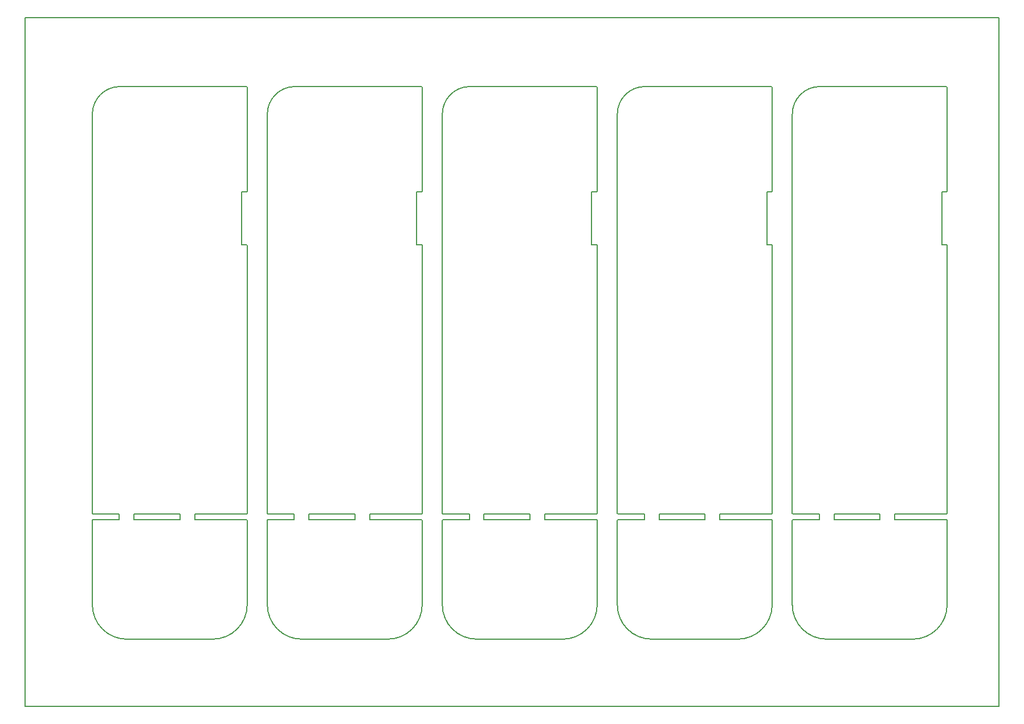
<source format=gko>
G04*
G04 #@! TF.GenerationSoftware,Altium Limited,Altium Designer,20.0.13 (296)*
G04*
G04 Layer_Color=16711935*
%FSAX25Y25*%
%MOIN*%
G70*
G01*
G75*
%ADD16C,0.00787*%
%ADD26C,0.00787*%
G36*
X0000787Y0402756D02*
D01*
D02*
G37*
D16*
X0004252D02*
X0569291D01*
X0569291Y-0000394D01*
X-0000394D02*
X0569291D01*
X-0000394D02*
Y0402756D01*
X0000787D01*
X0004252D01*
X0129529Y0362047D02*
G03*
X0129135Y0362441I-0000394J0000000D01*
G01*
X0129529Y0362047D02*
G03*
X0129135Y0362441I-0000394J0000000D01*
G01*
X0129529Y0269527D02*
G03*
X0129135Y0269920I-0000394J0000000D01*
G01*
X0129134Y0300629D02*
G03*
X0129528Y0301023I0000000J0000394D01*
G01*
X0129529Y0269527D02*
G03*
X0129135Y0269920I-0000394J0000000D01*
G01*
X0129134Y0300629D02*
G03*
X0129528Y0301023I0000000J0000394D01*
G01*
X0129135Y0112047D02*
G03*
X0129529Y0112440I0000000J0000394D01*
G01*
Y0108503D02*
G03*
X0129135Y0108897I-0000394J0000000D01*
G01*
Y0112047D02*
G03*
X0129529Y0112440I0000000J0000394D01*
G01*
Y0108503D02*
G03*
X0129135Y0108897I-0000394J0000000D01*
G01*
X0129528Y0058895D02*
G03*
X0129528Y0058897I-0000394J0000003D01*
G01*
X0129528Y0058896D02*
G03*
X0129528Y0058897I-0020077J0000000D01*
G01*
Y0058895D02*
G03*
X0129528Y0058896I-0020077J0000002D01*
G01*
X0109450Y0038819D02*
G03*
X0129528Y0058895I0000001J0020077D01*
G01*
X0055120Y0362441D02*
G03*
X0055111Y0362441I0000000J-0000394D01*
G01*
D02*
G03*
X0038976Y0346298I0000009J-0016143D01*
G01*
X0038976Y0112440D02*
G03*
X0039370Y0112046I0000394J0000000D01*
G01*
X0038976Y0112440D02*
G03*
X0039370Y0112046I0000394J0000000D01*
G01*
X0038976Y0058896D02*
G03*
X0059056Y0038819I0020077J0000000D01*
G01*
X0039370Y0108897D02*
G03*
X0038976Y0108503I0000000J-0000394D01*
G01*
X0039370Y0108897D02*
G03*
X0038976Y0108503I0000000J-0000394D01*
G01*
X0129529Y0362047D02*
X0129529Y0315117D01*
X0129528Y0301023D02*
X0129529Y0315117D01*
X0126379Y0269920D02*
X0129135D01*
X0126379Y0300629D02*
X0129134Y0300629D01*
X0126379Y0269920D02*
X0126379Y0300629D01*
X0129529Y0112440D02*
X0129529Y0269527D01*
X0098820Y0108897D02*
X0129135Y0108897D01*
X0098820Y0112046D02*
X0129135Y0112047D01*
X0129528Y0058897D02*
X0129529Y0108503D01*
X0098820Y0112046D02*
X0098820Y0108897D01*
X0055120Y0362441D02*
X0129135Y0362441D01*
X0063387Y0112046D02*
X0090158D01*
X0063387Y0108897D02*
X0090158D01*
X0038976Y0346298D02*
X0038976Y0112440D01*
X0039370Y0108897D02*
X0054726D01*
X0039370Y0112046D02*
X0054726Y0112046D01*
X0090158Y0108897D02*
Y0112046D01*
X0063387Y0108897D02*
Y0112046D01*
X0059055Y0038819D02*
X0109450Y0038819D01*
X0054726Y0108897D02*
Y0112046D01*
X0038976Y0108503D02*
X0038976Y0058896D01*
Y0058896D02*
Y0058896D01*
Y0058896D02*
Y0058896D01*
X0231891Y0362047D02*
G03*
X0231497Y0362441I-0000394J0000000D01*
G01*
X0231891Y0362047D02*
G03*
X0231497Y0362441I-0000394J0000000D01*
G01*
X0231891Y0269527D02*
G03*
X0231498Y0269920I-0000394J0000000D01*
G01*
X0231496Y0300629D02*
G03*
X0231890Y0301023I0000000J0000394D01*
G01*
X0231891Y0269527D02*
G03*
X0231498Y0269920I-0000394J0000000D01*
G01*
X0231496Y0300629D02*
G03*
X0231890Y0301023I0000000J0000394D01*
G01*
X0231497Y0112047D02*
G03*
X0231891Y0112440I0000000J0000394D01*
G01*
Y0108503D02*
G03*
X0231497Y0108897I-0000394J0000000D01*
G01*
Y0112047D02*
G03*
X0231891Y0112440I0000000J0000394D01*
G01*
Y0108503D02*
G03*
X0231497Y0108897I-0000394J0000000D01*
G01*
X0231891Y0058895D02*
G03*
X0231891Y0058897I-0000394J0000003D01*
G01*
X0231891Y0058896D02*
G03*
X0231891Y0058897I-0020077J0000000D01*
G01*
Y0058895D02*
G03*
X0231891Y0058896I-0020077J0000002D01*
G01*
X0211812Y0038819D02*
G03*
X0231891Y0058895I0000001J0020077D01*
G01*
X0157482Y0362441D02*
G03*
X0157473Y0362441I0000000J-0000394D01*
G01*
D02*
G03*
X0141339Y0346298I0000009J-0016143D01*
G01*
X0141339Y0112440D02*
G03*
X0141732Y0112046I0000394J0000000D01*
G01*
X0141339Y0112440D02*
G03*
X0141732Y0112046I0000394J0000000D01*
G01*
X0141339Y0058896D02*
G03*
X0161418Y0038819I0020077J0000000D01*
G01*
X0141732Y0108897D02*
G03*
X0141339Y0108503I0000000J-0000394D01*
G01*
X0141732Y0108897D02*
G03*
X0141339Y0108503I0000000J-0000394D01*
G01*
X0231891Y0362047D02*
X0231891Y0315117D01*
X0231890Y0301023D02*
X0231891Y0315117D01*
X0228741Y0269920D02*
X0231498D01*
X0228741Y0300629D02*
X0231496Y0300629D01*
X0228741Y0269920D02*
X0228741Y0300629D01*
X0231891Y0112440D02*
X0231891Y0269527D01*
X0201182Y0108897D02*
X0231497Y0108897D01*
X0201182Y0112046D02*
X0231497Y0112047D01*
X0231891Y0058897D02*
X0231891Y0108503D01*
X0201182Y0112046D02*
X0201182Y0108897D01*
X0157482Y0362441D02*
X0231497Y0362441D01*
X0165749Y0112046D02*
X0192520D01*
X0165749Y0108897D02*
X0192520D01*
X0141339Y0346298D02*
X0141339Y0112440D01*
X0141732Y0108897D02*
X0157088D01*
X0141732Y0112046D02*
X0157088Y0112046D01*
X0192520Y0108897D02*
Y0112046D01*
X0165749Y0108897D02*
Y0112046D01*
X0161418Y0038819D02*
X0211812Y0038819D01*
X0157088Y0108897D02*
Y0112046D01*
X0141339Y0108503D02*
X0141339Y0058896D01*
Y0058896D02*
Y0058896D01*
Y0058896D02*
Y0058896D01*
X0334253Y0362047D02*
G03*
X0333859Y0362441I-0000394J0000000D01*
G01*
X0334253Y0362047D02*
G03*
X0333859Y0362441I-0000394J0000000D01*
G01*
X0334254Y0269527D02*
G03*
X0333860Y0269920I-0000394J0000000D01*
G01*
X0333859Y0300629D02*
G03*
X0334252Y0301023I0000000J0000394D01*
G01*
X0334254Y0269527D02*
G03*
X0333860Y0269920I-0000394J0000000D01*
G01*
X0333859Y0300629D02*
G03*
X0334252Y0301023I0000000J0000394D01*
G01*
X0333859Y0112047D02*
G03*
X0334253Y0112440I0000000J0000394D01*
G01*
Y0108503D02*
G03*
X0333859Y0108897I-0000394J0000000D01*
G01*
Y0112047D02*
G03*
X0334253Y0112440I0000000J0000394D01*
G01*
Y0108503D02*
G03*
X0333859Y0108897I-0000394J0000000D01*
G01*
X0334253Y0058895D02*
G03*
X0334253Y0058897I-0000394J0000003D01*
G01*
X0334253Y0058896D02*
G03*
X0334253Y0058897I-0020077J0000000D01*
G01*
Y0058895D02*
G03*
X0334253Y0058896I-0020077J0000002D01*
G01*
X0314174Y0038819D02*
G03*
X0334253Y0058895I0000001J0020077D01*
G01*
X0259844Y0362441D02*
G03*
X0259835Y0362441I0000000J-0000394D01*
G01*
D02*
G03*
X0243701Y0346298I0000009J-0016143D01*
G01*
X0243701Y0112440D02*
G03*
X0244094Y0112046I0000394J0000000D01*
G01*
X0243701Y0112440D02*
G03*
X0244094Y0112046I0000394J0000000D01*
G01*
X0243701Y0058896D02*
G03*
X0263780Y0038819I0020077J0000000D01*
G01*
X0244094Y0108897D02*
G03*
X0243701Y0108503I0000000J-0000394D01*
G01*
X0244094Y0108897D02*
G03*
X0243701Y0108503I0000000J-0000394D01*
G01*
X0334253Y0362047D02*
X0334253Y0315117D01*
X0334252Y0301023D02*
X0334253Y0315117D01*
X0331103Y0269920D02*
X0333860D01*
X0331103Y0300629D02*
X0333859Y0300629D01*
X0331103Y0269920D02*
X0331103Y0300629D01*
X0334253Y0112440D02*
X0334254Y0269527D01*
X0303544Y0108897D02*
X0333859Y0108897D01*
X0303544Y0112046D02*
X0333859Y0112047D01*
X0334253Y0058897D02*
X0334253Y0108503D01*
X0303544Y0112046D02*
X0303544Y0108897D01*
X0259844Y0362441D02*
X0333859Y0362441D01*
X0268111Y0112046D02*
X0294883D01*
X0268111Y0108897D02*
X0294883D01*
X0243701Y0346298D02*
X0243701Y0112440D01*
X0244094Y0108897D02*
X0259451D01*
X0244094Y0112046D02*
X0259451Y0112046D01*
X0294883Y0108897D02*
Y0112046D01*
X0268111Y0108897D02*
Y0112046D01*
X0263780Y0038819D02*
X0314174Y0038819D01*
X0259451Y0108897D02*
Y0112046D01*
X0243701Y0108503D02*
X0243701Y0058896D01*
Y0058896D02*
Y0058896D01*
Y0058896D02*
Y0058896D01*
X0436615Y0362047D02*
G03*
X0436221Y0362441I-0000394J0000000D01*
G01*
X0436615Y0362047D02*
G03*
X0436221Y0362441I-0000394J0000000D01*
G01*
X0436616Y0269527D02*
G03*
X0436222Y0269920I-0000394J0000000D01*
G01*
X0436221Y0300629D02*
G03*
X0436615Y0301023I0000000J0000394D01*
G01*
X0436616Y0269527D02*
G03*
X0436222Y0269920I-0000394J0000000D01*
G01*
X0436221Y0300629D02*
G03*
X0436615Y0301023I0000000J0000394D01*
G01*
X0436221Y0112047D02*
G03*
X0436615Y0112440I0000000J0000394D01*
G01*
Y0108503D02*
G03*
X0436221Y0108897I-0000394J0000000D01*
G01*
Y0112047D02*
G03*
X0436615Y0112440I0000000J0000394D01*
G01*
Y0108503D02*
G03*
X0436221Y0108897I-0000394J0000000D01*
G01*
X0436615Y0058895D02*
G03*
X0436615Y0058897I-0000394J0000003D01*
G01*
X0436615Y0058896D02*
G03*
X0436615Y0058897I-0020077J0000000D01*
G01*
Y0058895D02*
G03*
X0436615Y0058896I-0020077J0000002D01*
G01*
X0416537Y0038819D02*
G03*
X0436615Y0058895I0000001J0020077D01*
G01*
X0362207Y0362441D02*
G03*
X0362197Y0362441I0000000J-0000394D01*
G01*
D02*
G03*
X0346063Y0346298I0000009J-0016143D01*
G01*
X0346063Y0112440D02*
G03*
X0346457Y0112046I0000394J0000000D01*
G01*
X0346063Y0112440D02*
G03*
X0346457Y0112046I0000394J0000000D01*
G01*
X0346063Y0058896D02*
G03*
X0366142Y0038819I0020077J0000000D01*
G01*
X0346457Y0108897D02*
G03*
X0346063Y0108503I0000000J-0000394D01*
G01*
X0346457Y0108897D02*
G03*
X0346063Y0108503I0000000J-0000394D01*
G01*
X0436615Y0362047D02*
X0436615Y0315117D01*
X0436615Y0301023D02*
X0436615Y0315117D01*
X0433465Y0269920D02*
X0436222D01*
X0433466Y0300629D02*
X0436221Y0300629D01*
X0433465Y0269920D02*
X0433466Y0300629D01*
X0436615Y0112440D02*
X0436616Y0269527D01*
X0405906Y0108897D02*
X0436221Y0108897D01*
X0405906Y0112046D02*
X0436221Y0112047D01*
X0436615Y0058897D02*
X0436615Y0108503D01*
X0405906Y0112046D02*
X0405906Y0108897D01*
X0362207Y0362441D02*
X0436221Y0362441D01*
X0370473Y0112046D02*
X0397245D01*
X0370473Y0108897D02*
X0397245D01*
X0346063Y0346298D02*
X0346063Y0112440D01*
X0346457Y0108897D02*
X0361813D01*
X0346457Y0112046D02*
X0361813Y0112046D01*
X0397245Y0108897D02*
Y0112046D01*
X0370473Y0108897D02*
Y0112046D01*
X0366142Y0038819D02*
X0416537Y0038819D01*
X0361813Y0108897D02*
Y0112046D01*
X0346063Y0108503D02*
X0346063Y0058896D01*
Y0058896D02*
Y0058896D01*
Y0058896D02*
Y0058896D01*
X0538977Y0362047D02*
G03*
X0538584Y0362441I-0000394J0000000D01*
G01*
X0538977Y0362047D02*
G03*
X0538584Y0362441I-0000394J0000000D01*
G01*
X0538978Y0269527D02*
G03*
X0538584Y0269920I-0000394J0000000D01*
G01*
X0538583Y0300629D02*
G03*
X0538977Y0301023I0000000J0000394D01*
G01*
X0538978Y0269527D02*
G03*
X0538584Y0269920I-0000394J0000000D01*
G01*
X0538583Y0300629D02*
G03*
X0538977Y0301023I0000000J0000394D01*
G01*
X0538584Y0112047D02*
G03*
X0538977Y0112440I0000000J0000394D01*
G01*
Y0108503D02*
G03*
X0538584Y0108897I-0000394J0000000D01*
G01*
Y0112047D02*
G03*
X0538977Y0112440I0000000J0000394D01*
G01*
Y0108503D02*
G03*
X0538584Y0108897I-0000394J0000000D01*
G01*
X0538977Y0058895D02*
G03*
X0538977Y0058897I-0000394J0000003D01*
G01*
X0538977Y0058896D02*
G03*
X0538977Y0058897I-0020077J0000000D01*
G01*
Y0058895D02*
G03*
X0538977Y0058896I-0020077J0000002D01*
G01*
X0518899Y0038819D02*
G03*
X0538977Y0058895I0000001J0020077D01*
G01*
X0464569Y0362441D02*
G03*
X0464559Y0362441I0000000J-0000394D01*
G01*
D02*
G03*
X0448425Y0346298I0000009J-0016143D01*
G01*
X0448425Y0112440D02*
G03*
X0448819Y0112046I0000394J0000000D01*
G01*
X0448425Y0112440D02*
G03*
X0448819Y0112046I0000394J0000000D01*
G01*
X0448425Y0058896D02*
G03*
X0468504Y0038819I0020077J0000000D01*
G01*
X0448819Y0108897D02*
G03*
X0448425Y0108503I0000000J-0000394D01*
G01*
X0448819Y0108897D02*
G03*
X0448425Y0108503I0000000J-0000394D01*
G01*
X0538977Y0362047D02*
X0538978Y0315117D01*
X0538977Y0301023D02*
X0538978Y0315117D01*
X0535828Y0269920D02*
X0538584D01*
X0535828Y0300629D02*
X0538583Y0300629D01*
X0535828Y0269920D02*
X0535828Y0300629D01*
X0538977Y0112440D02*
X0538978Y0269527D01*
X0508269Y0108897D02*
X0538584Y0108897D01*
X0508269Y0112046D02*
X0538584Y0112047D01*
X0538977Y0058897D02*
X0538977Y0108503D01*
X0508269Y0112046D02*
X0508269Y0108897D01*
X0464569Y0362441D02*
X0538584Y0362441D01*
X0472836Y0112046D02*
X0499607D01*
X0472836Y0108897D02*
X0499607D01*
X0448425Y0346298D02*
X0448425Y0112440D01*
X0448819Y0108897D02*
X0464175D01*
X0448819Y0112046D02*
X0464175Y0112046D01*
X0499607Y0108897D02*
Y0112046D01*
X0472836Y0108897D02*
Y0112046D01*
X0468504Y0038819D02*
X0518899Y0038819D01*
X0464175Y0108897D02*
Y0112046D01*
X0448425Y0108503D02*
X0448425Y0058896D01*
Y0058896D02*
Y0058896D01*
Y0058896D02*
Y0058896D01*
D26*
X0129529Y0315117D02*
D03*
D03*
X0129528Y0301023D02*
D03*
X0231891Y0315117D02*
D03*
D03*
X0231890Y0301023D02*
D03*
X0334253Y0315117D02*
D03*
D03*
X0334252Y0301023D02*
D03*
X0436615Y0315117D02*
D03*
D03*
X0436615Y0301023D02*
D03*
X0538978Y0315117D02*
D03*
D03*
X0538977Y0301023D02*
D03*
M02*

</source>
